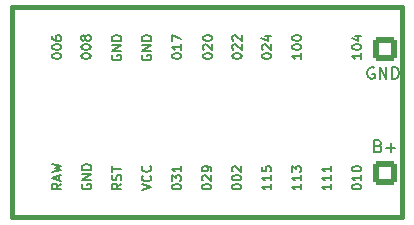
<source format=gto>
G04 #@! TF.GenerationSoftware,KiCad,Pcbnew,7.0.8*
G04 #@! TF.CreationDate,2024-04-01T14:50:31+01:00*
G04 #@! TF.ProjectId,daughterboard,64617567-6874-4657-9262-6f6172642e6b,rev?*
G04 #@! TF.SameCoordinates,Original*
G04 #@! TF.FileFunction,Legend,Top*
G04 #@! TF.FilePolarity,Positive*
%FSLAX46Y46*%
G04 Gerber Fmt 4.6, Leading zero omitted, Abs format (unit mm)*
G04 Created by KiCad (PCBNEW 7.0.8) date 2024-04-01 14:50:31*
%MOMM*%
%LPD*%
G01*
G04 APERTURE LIST*
G04 Aperture macros list*
%AMRoundRect*
0 Rectangle with rounded corners*
0 $1 Rounding radius*
0 $2 $3 $4 $5 $6 $7 $8 $9 X,Y pos of 4 corners*
0 Add a 4 corners polygon primitive as box body*
4,1,4,$2,$3,$4,$5,$6,$7,$8,$9,$2,$3,0*
0 Add four circle primitives for the rounded corners*
1,1,$1+$1,$2,$3*
1,1,$1+$1,$4,$5*
1,1,$1+$1,$6,$7*
1,1,$1+$1,$8,$9*
0 Add four rect primitives between the rounded corners*
20,1,$1+$1,$2,$3,$4,$5,0*
20,1,$1+$1,$4,$5,$6,$7,0*
20,1,$1+$1,$6,$7,$8,$9,0*
20,1,$1+$1,$8,$9,$2,$3,0*%
G04 Aperture macros list end*
%ADD10C,0.150000*%
%ADD11C,0.381000*%
%ADD12C,1.752600*%
%ADD13RoundRect,0.250001X-0.799999X-0.799999X0.799999X-0.799999X0.799999X0.799999X-0.799999X0.799999X0*%
G04 APERTURE END LIST*
D10*
X108680390Y-104243523D02*
X108642295Y-104319713D01*
X108642295Y-104319713D02*
X108642295Y-104433999D01*
X108642295Y-104433999D02*
X108680390Y-104548285D01*
X108680390Y-104548285D02*
X108756580Y-104624475D01*
X108756580Y-104624475D02*
X108832771Y-104662570D01*
X108832771Y-104662570D02*
X108985152Y-104700666D01*
X108985152Y-104700666D02*
X109099438Y-104700666D01*
X109099438Y-104700666D02*
X109251819Y-104662570D01*
X109251819Y-104662570D02*
X109328009Y-104624475D01*
X109328009Y-104624475D02*
X109404200Y-104548285D01*
X109404200Y-104548285D02*
X109442295Y-104433999D01*
X109442295Y-104433999D02*
X109442295Y-104357808D01*
X109442295Y-104357808D02*
X109404200Y-104243523D01*
X109404200Y-104243523D02*
X109366104Y-104205427D01*
X109366104Y-104205427D02*
X109099438Y-104205427D01*
X109099438Y-104205427D02*
X109099438Y-104357808D01*
X109442295Y-103862570D02*
X108642295Y-103862570D01*
X108642295Y-103862570D02*
X109442295Y-103405427D01*
X109442295Y-103405427D02*
X108642295Y-103405427D01*
X109442295Y-103024475D02*
X108642295Y-103024475D01*
X108642295Y-103024475D02*
X108642295Y-102833999D01*
X108642295Y-102833999D02*
X108680390Y-102719713D01*
X108680390Y-102719713D02*
X108756580Y-102643523D01*
X108756580Y-102643523D02*
X108832771Y-102605428D01*
X108832771Y-102605428D02*
X108985152Y-102567332D01*
X108985152Y-102567332D02*
X109099438Y-102567332D01*
X109099438Y-102567332D02*
X109251819Y-102605428D01*
X109251819Y-102605428D02*
X109328009Y-102643523D01*
X109328009Y-102643523D02*
X109404200Y-102719713D01*
X109404200Y-102719713D02*
X109442295Y-102833999D01*
X109442295Y-102833999D02*
X109442295Y-103024475D01*
X104362295Y-115121095D02*
X103981342Y-115387762D01*
X104362295Y-115578238D02*
X103562295Y-115578238D01*
X103562295Y-115578238D02*
X103562295Y-115273476D01*
X103562295Y-115273476D02*
X103600390Y-115197286D01*
X103600390Y-115197286D02*
X103638485Y-115159191D01*
X103638485Y-115159191D02*
X103714676Y-115121095D01*
X103714676Y-115121095D02*
X103828961Y-115121095D01*
X103828961Y-115121095D02*
X103905152Y-115159191D01*
X103905152Y-115159191D02*
X103943247Y-115197286D01*
X103943247Y-115197286D02*
X103981342Y-115273476D01*
X103981342Y-115273476D02*
X103981342Y-115578238D01*
X104133723Y-114816334D02*
X104133723Y-114435381D01*
X104362295Y-114892524D02*
X103562295Y-114625857D01*
X103562295Y-114625857D02*
X104362295Y-114359191D01*
X103562295Y-114168715D02*
X104362295Y-113978239D01*
X104362295Y-113978239D02*
X103790866Y-113825858D01*
X103790866Y-113825858D02*
X104362295Y-113673477D01*
X104362295Y-113673477D02*
X103562295Y-113483001D01*
X116262295Y-115432190D02*
X116262295Y-115356000D01*
X116262295Y-115356000D02*
X116300390Y-115279809D01*
X116300390Y-115279809D02*
X116338485Y-115241714D01*
X116338485Y-115241714D02*
X116414676Y-115203619D01*
X116414676Y-115203619D02*
X116567057Y-115165524D01*
X116567057Y-115165524D02*
X116757533Y-115165524D01*
X116757533Y-115165524D02*
X116909914Y-115203619D01*
X116909914Y-115203619D02*
X116986104Y-115241714D01*
X116986104Y-115241714D02*
X117024200Y-115279809D01*
X117024200Y-115279809D02*
X117062295Y-115356000D01*
X117062295Y-115356000D02*
X117062295Y-115432190D01*
X117062295Y-115432190D02*
X117024200Y-115508381D01*
X117024200Y-115508381D02*
X116986104Y-115546476D01*
X116986104Y-115546476D02*
X116909914Y-115584571D01*
X116909914Y-115584571D02*
X116757533Y-115622667D01*
X116757533Y-115622667D02*
X116567057Y-115622667D01*
X116567057Y-115622667D02*
X116414676Y-115584571D01*
X116414676Y-115584571D02*
X116338485Y-115546476D01*
X116338485Y-115546476D02*
X116300390Y-115508381D01*
X116300390Y-115508381D02*
X116262295Y-115432190D01*
X116338485Y-114860762D02*
X116300390Y-114822666D01*
X116300390Y-114822666D02*
X116262295Y-114746476D01*
X116262295Y-114746476D02*
X116262295Y-114556000D01*
X116262295Y-114556000D02*
X116300390Y-114479809D01*
X116300390Y-114479809D02*
X116338485Y-114441714D01*
X116338485Y-114441714D02*
X116414676Y-114403619D01*
X116414676Y-114403619D02*
X116490866Y-114403619D01*
X116490866Y-114403619D02*
X116605152Y-114441714D01*
X116605152Y-114441714D02*
X117062295Y-114898857D01*
X117062295Y-114898857D02*
X117062295Y-114403619D01*
X117062295Y-114022666D02*
X117062295Y-113870285D01*
X117062295Y-113870285D02*
X117024200Y-113794095D01*
X117024200Y-113794095D02*
X116986104Y-113755999D01*
X116986104Y-113755999D02*
X116871819Y-113679809D01*
X116871819Y-113679809D02*
X116719438Y-113641714D01*
X116719438Y-113641714D02*
X116414676Y-113641714D01*
X116414676Y-113641714D02*
X116338485Y-113679809D01*
X116338485Y-113679809D02*
X116300390Y-113717904D01*
X116300390Y-113717904D02*
X116262295Y-113794095D01*
X116262295Y-113794095D02*
X116262295Y-113946476D01*
X116262295Y-113946476D02*
X116300390Y-114022666D01*
X116300390Y-114022666D02*
X116338485Y-114060761D01*
X116338485Y-114060761D02*
X116414676Y-114098857D01*
X116414676Y-114098857D02*
X116605152Y-114098857D01*
X116605152Y-114098857D02*
X116681342Y-114060761D01*
X116681342Y-114060761D02*
X116719438Y-114022666D01*
X116719438Y-114022666D02*
X116757533Y-113946476D01*
X116757533Y-113946476D02*
X116757533Y-113794095D01*
X116757533Y-113794095D02*
X116719438Y-113717904D01*
X116719438Y-113717904D02*
X116681342Y-113679809D01*
X116681342Y-113679809D02*
X116605152Y-113641714D01*
X118832295Y-104357809D02*
X118832295Y-104281619D01*
X118832295Y-104281619D02*
X118870390Y-104205428D01*
X118870390Y-104205428D02*
X118908485Y-104167333D01*
X118908485Y-104167333D02*
X118984676Y-104129238D01*
X118984676Y-104129238D02*
X119137057Y-104091143D01*
X119137057Y-104091143D02*
X119327533Y-104091143D01*
X119327533Y-104091143D02*
X119479914Y-104129238D01*
X119479914Y-104129238D02*
X119556104Y-104167333D01*
X119556104Y-104167333D02*
X119594200Y-104205428D01*
X119594200Y-104205428D02*
X119632295Y-104281619D01*
X119632295Y-104281619D02*
X119632295Y-104357809D01*
X119632295Y-104357809D02*
X119594200Y-104434000D01*
X119594200Y-104434000D02*
X119556104Y-104472095D01*
X119556104Y-104472095D02*
X119479914Y-104510190D01*
X119479914Y-104510190D02*
X119327533Y-104548286D01*
X119327533Y-104548286D02*
X119137057Y-104548286D01*
X119137057Y-104548286D02*
X118984676Y-104510190D01*
X118984676Y-104510190D02*
X118908485Y-104472095D01*
X118908485Y-104472095D02*
X118870390Y-104434000D01*
X118870390Y-104434000D02*
X118832295Y-104357809D01*
X118908485Y-103786381D02*
X118870390Y-103748285D01*
X118870390Y-103748285D02*
X118832295Y-103672095D01*
X118832295Y-103672095D02*
X118832295Y-103481619D01*
X118832295Y-103481619D02*
X118870390Y-103405428D01*
X118870390Y-103405428D02*
X118908485Y-103367333D01*
X118908485Y-103367333D02*
X118984676Y-103329238D01*
X118984676Y-103329238D02*
X119060866Y-103329238D01*
X119060866Y-103329238D02*
X119175152Y-103367333D01*
X119175152Y-103367333D02*
X119632295Y-103824476D01*
X119632295Y-103824476D02*
X119632295Y-103329238D01*
X118908485Y-103024476D02*
X118870390Y-102986380D01*
X118870390Y-102986380D02*
X118832295Y-102910190D01*
X118832295Y-102910190D02*
X118832295Y-102719714D01*
X118832295Y-102719714D02*
X118870390Y-102643523D01*
X118870390Y-102643523D02*
X118908485Y-102605428D01*
X118908485Y-102605428D02*
X118984676Y-102567333D01*
X118984676Y-102567333D02*
X119060866Y-102567333D01*
X119060866Y-102567333D02*
X119175152Y-102605428D01*
X119175152Y-102605428D02*
X119632295Y-103062571D01*
X119632295Y-103062571D02*
X119632295Y-102567333D01*
X111220390Y-104243523D02*
X111182295Y-104319713D01*
X111182295Y-104319713D02*
X111182295Y-104433999D01*
X111182295Y-104433999D02*
X111220390Y-104548285D01*
X111220390Y-104548285D02*
X111296580Y-104624475D01*
X111296580Y-104624475D02*
X111372771Y-104662570D01*
X111372771Y-104662570D02*
X111525152Y-104700666D01*
X111525152Y-104700666D02*
X111639438Y-104700666D01*
X111639438Y-104700666D02*
X111791819Y-104662570D01*
X111791819Y-104662570D02*
X111868009Y-104624475D01*
X111868009Y-104624475D02*
X111944200Y-104548285D01*
X111944200Y-104548285D02*
X111982295Y-104433999D01*
X111982295Y-104433999D02*
X111982295Y-104357808D01*
X111982295Y-104357808D02*
X111944200Y-104243523D01*
X111944200Y-104243523D02*
X111906104Y-104205427D01*
X111906104Y-104205427D02*
X111639438Y-104205427D01*
X111639438Y-104205427D02*
X111639438Y-104357808D01*
X111982295Y-103862570D02*
X111182295Y-103862570D01*
X111182295Y-103862570D02*
X111982295Y-103405427D01*
X111982295Y-103405427D02*
X111182295Y-103405427D01*
X111982295Y-103024475D02*
X111182295Y-103024475D01*
X111182295Y-103024475D02*
X111182295Y-102833999D01*
X111182295Y-102833999D02*
X111220390Y-102719713D01*
X111220390Y-102719713D02*
X111296580Y-102643523D01*
X111296580Y-102643523D02*
X111372771Y-102605428D01*
X111372771Y-102605428D02*
X111525152Y-102567332D01*
X111525152Y-102567332D02*
X111639438Y-102567332D01*
X111639438Y-102567332D02*
X111791819Y-102605428D01*
X111791819Y-102605428D02*
X111868009Y-102643523D01*
X111868009Y-102643523D02*
X111944200Y-102719713D01*
X111944200Y-102719713D02*
X111982295Y-102833999D01*
X111982295Y-102833999D02*
X111982295Y-103024475D01*
X116332295Y-104357809D02*
X116332295Y-104281619D01*
X116332295Y-104281619D02*
X116370390Y-104205428D01*
X116370390Y-104205428D02*
X116408485Y-104167333D01*
X116408485Y-104167333D02*
X116484676Y-104129238D01*
X116484676Y-104129238D02*
X116637057Y-104091143D01*
X116637057Y-104091143D02*
X116827533Y-104091143D01*
X116827533Y-104091143D02*
X116979914Y-104129238D01*
X116979914Y-104129238D02*
X117056104Y-104167333D01*
X117056104Y-104167333D02*
X117094200Y-104205428D01*
X117094200Y-104205428D02*
X117132295Y-104281619D01*
X117132295Y-104281619D02*
X117132295Y-104357809D01*
X117132295Y-104357809D02*
X117094200Y-104434000D01*
X117094200Y-104434000D02*
X117056104Y-104472095D01*
X117056104Y-104472095D02*
X116979914Y-104510190D01*
X116979914Y-104510190D02*
X116827533Y-104548286D01*
X116827533Y-104548286D02*
X116637057Y-104548286D01*
X116637057Y-104548286D02*
X116484676Y-104510190D01*
X116484676Y-104510190D02*
X116408485Y-104472095D01*
X116408485Y-104472095D02*
X116370390Y-104434000D01*
X116370390Y-104434000D02*
X116332295Y-104357809D01*
X116408485Y-103786381D02*
X116370390Y-103748285D01*
X116370390Y-103748285D02*
X116332295Y-103672095D01*
X116332295Y-103672095D02*
X116332295Y-103481619D01*
X116332295Y-103481619D02*
X116370390Y-103405428D01*
X116370390Y-103405428D02*
X116408485Y-103367333D01*
X116408485Y-103367333D02*
X116484676Y-103329238D01*
X116484676Y-103329238D02*
X116560866Y-103329238D01*
X116560866Y-103329238D02*
X116675152Y-103367333D01*
X116675152Y-103367333D02*
X117132295Y-103824476D01*
X117132295Y-103824476D02*
X117132295Y-103329238D01*
X116332295Y-102833999D02*
X116332295Y-102757809D01*
X116332295Y-102757809D02*
X116370390Y-102681618D01*
X116370390Y-102681618D02*
X116408485Y-102643523D01*
X116408485Y-102643523D02*
X116484676Y-102605428D01*
X116484676Y-102605428D02*
X116637057Y-102567333D01*
X116637057Y-102567333D02*
X116827533Y-102567333D01*
X116827533Y-102567333D02*
X116979914Y-102605428D01*
X116979914Y-102605428D02*
X117056104Y-102643523D01*
X117056104Y-102643523D02*
X117094200Y-102681618D01*
X117094200Y-102681618D02*
X117132295Y-102757809D01*
X117132295Y-102757809D02*
X117132295Y-102833999D01*
X117132295Y-102833999D02*
X117094200Y-102910190D01*
X117094200Y-102910190D02*
X117056104Y-102948285D01*
X117056104Y-102948285D02*
X116979914Y-102986380D01*
X116979914Y-102986380D02*
X116827533Y-103024476D01*
X116827533Y-103024476D02*
X116637057Y-103024476D01*
X116637057Y-103024476D02*
X116484676Y-102986380D01*
X116484676Y-102986380D02*
X116408485Y-102948285D01*
X116408485Y-102948285D02*
X116370390Y-102910190D01*
X116370390Y-102910190D02*
X116332295Y-102833999D01*
X106140390Y-115159190D02*
X106102295Y-115235380D01*
X106102295Y-115235380D02*
X106102295Y-115349666D01*
X106102295Y-115349666D02*
X106140390Y-115463952D01*
X106140390Y-115463952D02*
X106216580Y-115540142D01*
X106216580Y-115540142D02*
X106292771Y-115578237D01*
X106292771Y-115578237D02*
X106445152Y-115616333D01*
X106445152Y-115616333D02*
X106559438Y-115616333D01*
X106559438Y-115616333D02*
X106711819Y-115578237D01*
X106711819Y-115578237D02*
X106788009Y-115540142D01*
X106788009Y-115540142D02*
X106864200Y-115463952D01*
X106864200Y-115463952D02*
X106902295Y-115349666D01*
X106902295Y-115349666D02*
X106902295Y-115273475D01*
X106902295Y-115273475D02*
X106864200Y-115159190D01*
X106864200Y-115159190D02*
X106826104Y-115121094D01*
X106826104Y-115121094D02*
X106559438Y-115121094D01*
X106559438Y-115121094D02*
X106559438Y-115273475D01*
X106902295Y-114778237D02*
X106102295Y-114778237D01*
X106102295Y-114778237D02*
X106902295Y-114321094D01*
X106902295Y-114321094D02*
X106102295Y-114321094D01*
X106902295Y-113940142D02*
X106102295Y-113940142D01*
X106102295Y-113940142D02*
X106102295Y-113749666D01*
X106102295Y-113749666D02*
X106140390Y-113635380D01*
X106140390Y-113635380D02*
X106216580Y-113559190D01*
X106216580Y-113559190D02*
X106292771Y-113521095D01*
X106292771Y-113521095D02*
X106445152Y-113482999D01*
X106445152Y-113482999D02*
X106559438Y-113482999D01*
X106559438Y-113482999D02*
X106711819Y-113521095D01*
X106711819Y-113521095D02*
X106788009Y-113559190D01*
X106788009Y-113559190D02*
X106864200Y-113635380D01*
X106864200Y-113635380D02*
X106902295Y-113749666D01*
X106902295Y-113749666D02*
X106902295Y-113940142D01*
X124682295Y-115165524D02*
X124682295Y-115622667D01*
X124682295Y-115394095D02*
X123882295Y-115394095D01*
X123882295Y-115394095D02*
X123996580Y-115470286D01*
X123996580Y-115470286D02*
X124072771Y-115546476D01*
X124072771Y-115546476D02*
X124110866Y-115622667D01*
X124682295Y-114403619D02*
X124682295Y-114860762D01*
X124682295Y-114632190D02*
X123882295Y-114632190D01*
X123882295Y-114632190D02*
X123996580Y-114708381D01*
X123996580Y-114708381D02*
X124072771Y-114784571D01*
X124072771Y-114784571D02*
X124110866Y-114860762D01*
X123882295Y-114136952D02*
X123882295Y-113641714D01*
X123882295Y-113641714D02*
X124187057Y-113908380D01*
X124187057Y-113908380D02*
X124187057Y-113794095D01*
X124187057Y-113794095D02*
X124225152Y-113717904D01*
X124225152Y-113717904D02*
X124263247Y-113679809D01*
X124263247Y-113679809D02*
X124339438Y-113641714D01*
X124339438Y-113641714D02*
X124529914Y-113641714D01*
X124529914Y-113641714D02*
X124606104Y-113679809D01*
X124606104Y-113679809D02*
X124644200Y-113717904D01*
X124644200Y-113717904D02*
X124682295Y-113794095D01*
X124682295Y-113794095D02*
X124682295Y-114022666D01*
X124682295Y-114022666D02*
X124644200Y-114098857D01*
X124644200Y-114098857D02*
X124606104Y-114136952D01*
X124682295Y-104091143D02*
X124682295Y-104548286D01*
X124682295Y-104319714D02*
X123882295Y-104319714D01*
X123882295Y-104319714D02*
X123996580Y-104395905D01*
X123996580Y-104395905D02*
X124072771Y-104472095D01*
X124072771Y-104472095D02*
X124110866Y-104548286D01*
X123882295Y-103595904D02*
X123882295Y-103519714D01*
X123882295Y-103519714D02*
X123920390Y-103443523D01*
X123920390Y-103443523D02*
X123958485Y-103405428D01*
X123958485Y-103405428D02*
X124034676Y-103367333D01*
X124034676Y-103367333D02*
X124187057Y-103329238D01*
X124187057Y-103329238D02*
X124377533Y-103329238D01*
X124377533Y-103329238D02*
X124529914Y-103367333D01*
X124529914Y-103367333D02*
X124606104Y-103405428D01*
X124606104Y-103405428D02*
X124644200Y-103443523D01*
X124644200Y-103443523D02*
X124682295Y-103519714D01*
X124682295Y-103519714D02*
X124682295Y-103595904D01*
X124682295Y-103595904D02*
X124644200Y-103672095D01*
X124644200Y-103672095D02*
X124606104Y-103710190D01*
X124606104Y-103710190D02*
X124529914Y-103748285D01*
X124529914Y-103748285D02*
X124377533Y-103786381D01*
X124377533Y-103786381D02*
X124187057Y-103786381D01*
X124187057Y-103786381D02*
X124034676Y-103748285D01*
X124034676Y-103748285D02*
X123958485Y-103710190D01*
X123958485Y-103710190D02*
X123920390Y-103672095D01*
X123920390Y-103672095D02*
X123882295Y-103595904D01*
X123882295Y-102833999D02*
X123882295Y-102757809D01*
X123882295Y-102757809D02*
X123920390Y-102681618D01*
X123920390Y-102681618D02*
X123958485Y-102643523D01*
X123958485Y-102643523D02*
X124034676Y-102605428D01*
X124034676Y-102605428D02*
X124187057Y-102567333D01*
X124187057Y-102567333D02*
X124377533Y-102567333D01*
X124377533Y-102567333D02*
X124529914Y-102605428D01*
X124529914Y-102605428D02*
X124606104Y-102643523D01*
X124606104Y-102643523D02*
X124644200Y-102681618D01*
X124644200Y-102681618D02*
X124682295Y-102757809D01*
X124682295Y-102757809D02*
X124682295Y-102833999D01*
X124682295Y-102833999D02*
X124644200Y-102910190D01*
X124644200Y-102910190D02*
X124606104Y-102948285D01*
X124606104Y-102948285D02*
X124529914Y-102986380D01*
X124529914Y-102986380D02*
X124377533Y-103024476D01*
X124377533Y-103024476D02*
X124187057Y-103024476D01*
X124187057Y-103024476D02*
X124034676Y-102986380D01*
X124034676Y-102986380D02*
X123958485Y-102948285D01*
X123958485Y-102948285D02*
X123920390Y-102910190D01*
X123920390Y-102910190D02*
X123882295Y-102833999D01*
X118802295Y-115432190D02*
X118802295Y-115356000D01*
X118802295Y-115356000D02*
X118840390Y-115279809D01*
X118840390Y-115279809D02*
X118878485Y-115241714D01*
X118878485Y-115241714D02*
X118954676Y-115203619D01*
X118954676Y-115203619D02*
X119107057Y-115165524D01*
X119107057Y-115165524D02*
X119297533Y-115165524D01*
X119297533Y-115165524D02*
X119449914Y-115203619D01*
X119449914Y-115203619D02*
X119526104Y-115241714D01*
X119526104Y-115241714D02*
X119564200Y-115279809D01*
X119564200Y-115279809D02*
X119602295Y-115356000D01*
X119602295Y-115356000D02*
X119602295Y-115432190D01*
X119602295Y-115432190D02*
X119564200Y-115508381D01*
X119564200Y-115508381D02*
X119526104Y-115546476D01*
X119526104Y-115546476D02*
X119449914Y-115584571D01*
X119449914Y-115584571D02*
X119297533Y-115622667D01*
X119297533Y-115622667D02*
X119107057Y-115622667D01*
X119107057Y-115622667D02*
X118954676Y-115584571D01*
X118954676Y-115584571D02*
X118878485Y-115546476D01*
X118878485Y-115546476D02*
X118840390Y-115508381D01*
X118840390Y-115508381D02*
X118802295Y-115432190D01*
X118802295Y-114670285D02*
X118802295Y-114594095D01*
X118802295Y-114594095D02*
X118840390Y-114517904D01*
X118840390Y-114517904D02*
X118878485Y-114479809D01*
X118878485Y-114479809D02*
X118954676Y-114441714D01*
X118954676Y-114441714D02*
X119107057Y-114403619D01*
X119107057Y-114403619D02*
X119297533Y-114403619D01*
X119297533Y-114403619D02*
X119449914Y-114441714D01*
X119449914Y-114441714D02*
X119526104Y-114479809D01*
X119526104Y-114479809D02*
X119564200Y-114517904D01*
X119564200Y-114517904D02*
X119602295Y-114594095D01*
X119602295Y-114594095D02*
X119602295Y-114670285D01*
X119602295Y-114670285D02*
X119564200Y-114746476D01*
X119564200Y-114746476D02*
X119526104Y-114784571D01*
X119526104Y-114784571D02*
X119449914Y-114822666D01*
X119449914Y-114822666D02*
X119297533Y-114860762D01*
X119297533Y-114860762D02*
X119107057Y-114860762D01*
X119107057Y-114860762D02*
X118954676Y-114822666D01*
X118954676Y-114822666D02*
X118878485Y-114784571D01*
X118878485Y-114784571D02*
X118840390Y-114746476D01*
X118840390Y-114746476D02*
X118802295Y-114670285D01*
X118878485Y-114098857D02*
X118840390Y-114060761D01*
X118840390Y-114060761D02*
X118802295Y-113984571D01*
X118802295Y-113984571D02*
X118802295Y-113794095D01*
X118802295Y-113794095D02*
X118840390Y-113717904D01*
X118840390Y-113717904D02*
X118878485Y-113679809D01*
X118878485Y-113679809D02*
X118954676Y-113641714D01*
X118954676Y-113641714D02*
X119030866Y-113641714D01*
X119030866Y-113641714D02*
X119145152Y-113679809D01*
X119145152Y-113679809D02*
X119602295Y-114136952D01*
X119602295Y-114136952D02*
X119602295Y-113641714D01*
X111182295Y-115698857D02*
X111982295Y-115432190D01*
X111982295Y-115432190D02*
X111182295Y-115165524D01*
X111906104Y-114441714D02*
X111944200Y-114479810D01*
X111944200Y-114479810D02*
X111982295Y-114594095D01*
X111982295Y-114594095D02*
X111982295Y-114670286D01*
X111982295Y-114670286D02*
X111944200Y-114784572D01*
X111944200Y-114784572D02*
X111868009Y-114860762D01*
X111868009Y-114860762D02*
X111791819Y-114898857D01*
X111791819Y-114898857D02*
X111639438Y-114936953D01*
X111639438Y-114936953D02*
X111525152Y-114936953D01*
X111525152Y-114936953D02*
X111372771Y-114898857D01*
X111372771Y-114898857D02*
X111296580Y-114860762D01*
X111296580Y-114860762D02*
X111220390Y-114784572D01*
X111220390Y-114784572D02*
X111182295Y-114670286D01*
X111182295Y-114670286D02*
X111182295Y-114594095D01*
X111182295Y-114594095D02*
X111220390Y-114479810D01*
X111220390Y-114479810D02*
X111258485Y-114441714D01*
X111906104Y-113641714D02*
X111944200Y-113679810D01*
X111944200Y-113679810D02*
X111982295Y-113794095D01*
X111982295Y-113794095D02*
X111982295Y-113870286D01*
X111982295Y-113870286D02*
X111944200Y-113984572D01*
X111944200Y-113984572D02*
X111868009Y-114060762D01*
X111868009Y-114060762D02*
X111791819Y-114098857D01*
X111791819Y-114098857D02*
X111639438Y-114136953D01*
X111639438Y-114136953D02*
X111525152Y-114136953D01*
X111525152Y-114136953D02*
X111372771Y-114098857D01*
X111372771Y-114098857D02*
X111296580Y-114060762D01*
X111296580Y-114060762D02*
X111220390Y-113984572D01*
X111220390Y-113984572D02*
X111182295Y-113870286D01*
X111182295Y-113870286D02*
X111182295Y-113794095D01*
X111182295Y-113794095D02*
X111220390Y-113679810D01*
X111220390Y-113679810D02*
X111258485Y-113641714D01*
X128962295Y-115432190D02*
X128962295Y-115356000D01*
X128962295Y-115356000D02*
X129000390Y-115279809D01*
X129000390Y-115279809D02*
X129038485Y-115241714D01*
X129038485Y-115241714D02*
X129114676Y-115203619D01*
X129114676Y-115203619D02*
X129267057Y-115165524D01*
X129267057Y-115165524D02*
X129457533Y-115165524D01*
X129457533Y-115165524D02*
X129609914Y-115203619D01*
X129609914Y-115203619D02*
X129686104Y-115241714D01*
X129686104Y-115241714D02*
X129724200Y-115279809D01*
X129724200Y-115279809D02*
X129762295Y-115356000D01*
X129762295Y-115356000D02*
X129762295Y-115432190D01*
X129762295Y-115432190D02*
X129724200Y-115508381D01*
X129724200Y-115508381D02*
X129686104Y-115546476D01*
X129686104Y-115546476D02*
X129609914Y-115584571D01*
X129609914Y-115584571D02*
X129457533Y-115622667D01*
X129457533Y-115622667D02*
X129267057Y-115622667D01*
X129267057Y-115622667D02*
X129114676Y-115584571D01*
X129114676Y-115584571D02*
X129038485Y-115546476D01*
X129038485Y-115546476D02*
X129000390Y-115508381D01*
X129000390Y-115508381D02*
X128962295Y-115432190D01*
X129762295Y-114403619D02*
X129762295Y-114860762D01*
X129762295Y-114632190D02*
X128962295Y-114632190D01*
X128962295Y-114632190D02*
X129076580Y-114708381D01*
X129076580Y-114708381D02*
X129152771Y-114784571D01*
X129152771Y-114784571D02*
X129190866Y-114860762D01*
X128962295Y-113908380D02*
X128962295Y-113832190D01*
X128962295Y-113832190D02*
X129000390Y-113755999D01*
X129000390Y-113755999D02*
X129038485Y-113717904D01*
X129038485Y-113717904D02*
X129114676Y-113679809D01*
X129114676Y-113679809D02*
X129267057Y-113641714D01*
X129267057Y-113641714D02*
X129457533Y-113641714D01*
X129457533Y-113641714D02*
X129609914Y-113679809D01*
X129609914Y-113679809D02*
X129686104Y-113717904D01*
X129686104Y-113717904D02*
X129724200Y-113755999D01*
X129724200Y-113755999D02*
X129762295Y-113832190D01*
X129762295Y-113832190D02*
X129762295Y-113908380D01*
X129762295Y-113908380D02*
X129724200Y-113984571D01*
X129724200Y-113984571D02*
X129686104Y-114022666D01*
X129686104Y-114022666D02*
X129609914Y-114060761D01*
X129609914Y-114060761D02*
X129457533Y-114098857D01*
X129457533Y-114098857D02*
X129267057Y-114098857D01*
X129267057Y-114098857D02*
X129114676Y-114060761D01*
X129114676Y-114060761D02*
X129038485Y-114022666D01*
X129038485Y-114022666D02*
X129000390Y-113984571D01*
X129000390Y-113984571D02*
X128962295Y-113908380D01*
X129762295Y-104091143D02*
X129762295Y-104548286D01*
X129762295Y-104319714D02*
X128962295Y-104319714D01*
X128962295Y-104319714D02*
X129076580Y-104395905D01*
X129076580Y-104395905D02*
X129152771Y-104472095D01*
X129152771Y-104472095D02*
X129190866Y-104548286D01*
X128962295Y-103595904D02*
X128962295Y-103519714D01*
X128962295Y-103519714D02*
X129000390Y-103443523D01*
X129000390Y-103443523D02*
X129038485Y-103405428D01*
X129038485Y-103405428D02*
X129114676Y-103367333D01*
X129114676Y-103367333D02*
X129267057Y-103329238D01*
X129267057Y-103329238D02*
X129457533Y-103329238D01*
X129457533Y-103329238D02*
X129609914Y-103367333D01*
X129609914Y-103367333D02*
X129686104Y-103405428D01*
X129686104Y-103405428D02*
X129724200Y-103443523D01*
X129724200Y-103443523D02*
X129762295Y-103519714D01*
X129762295Y-103519714D02*
X129762295Y-103595904D01*
X129762295Y-103595904D02*
X129724200Y-103672095D01*
X129724200Y-103672095D02*
X129686104Y-103710190D01*
X129686104Y-103710190D02*
X129609914Y-103748285D01*
X129609914Y-103748285D02*
X129457533Y-103786381D01*
X129457533Y-103786381D02*
X129267057Y-103786381D01*
X129267057Y-103786381D02*
X129114676Y-103748285D01*
X129114676Y-103748285D02*
X129038485Y-103710190D01*
X129038485Y-103710190D02*
X129000390Y-103672095D01*
X129000390Y-103672095D02*
X128962295Y-103595904D01*
X129228961Y-102643523D02*
X129762295Y-102643523D01*
X128924200Y-102833999D02*
X129495628Y-103024476D01*
X129495628Y-103024476D02*
X129495628Y-102529237D01*
X127222295Y-115165524D02*
X127222295Y-115622667D01*
X127222295Y-115394095D02*
X126422295Y-115394095D01*
X126422295Y-115394095D02*
X126536580Y-115470286D01*
X126536580Y-115470286D02*
X126612771Y-115546476D01*
X126612771Y-115546476D02*
X126650866Y-115622667D01*
X127222295Y-114403619D02*
X127222295Y-114860762D01*
X127222295Y-114632190D02*
X126422295Y-114632190D01*
X126422295Y-114632190D02*
X126536580Y-114708381D01*
X126536580Y-114708381D02*
X126612771Y-114784571D01*
X126612771Y-114784571D02*
X126650866Y-114860762D01*
X127222295Y-113641714D02*
X127222295Y-114098857D01*
X127222295Y-113870285D02*
X126422295Y-113870285D01*
X126422295Y-113870285D02*
X126536580Y-113946476D01*
X126536580Y-113946476D02*
X126612771Y-114022666D01*
X126612771Y-114022666D02*
X126650866Y-114098857D01*
X109442295Y-115121094D02*
X109061342Y-115387761D01*
X109442295Y-115578237D02*
X108642295Y-115578237D01*
X108642295Y-115578237D02*
X108642295Y-115273475D01*
X108642295Y-115273475D02*
X108680390Y-115197285D01*
X108680390Y-115197285D02*
X108718485Y-115159190D01*
X108718485Y-115159190D02*
X108794676Y-115121094D01*
X108794676Y-115121094D02*
X108908961Y-115121094D01*
X108908961Y-115121094D02*
X108985152Y-115159190D01*
X108985152Y-115159190D02*
X109023247Y-115197285D01*
X109023247Y-115197285D02*
X109061342Y-115273475D01*
X109061342Y-115273475D02*
X109061342Y-115578237D01*
X109404200Y-114816333D02*
X109442295Y-114702047D01*
X109442295Y-114702047D02*
X109442295Y-114511571D01*
X109442295Y-114511571D02*
X109404200Y-114435380D01*
X109404200Y-114435380D02*
X109366104Y-114397285D01*
X109366104Y-114397285D02*
X109289914Y-114359190D01*
X109289914Y-114359190D02*
X109213723Y-114359190D01*
X109213723Y-114359190D02*
X109137533Y-114397285D01*
X109137533Y-114397285D02*
X109099438Y-114435380D01*
X109099438Y-114435380D02*
X109061342Y-114511571D01*
X109061342Y-114511571D02*
X109023247Y-114663952D01*
X109023247Y-114663952D02*
X108985152Y-114740142D01*
X108985152Y-114740142D02*
X108947057Y-114778237D01*
X108947057Y-114778237D02*
X108870866Y-114816333D01*
X108870866Y-114816333D02*
X108794676Y-114816333D01*
X108794676Y-114816333D02*
X108718485Y-114778237D01*
X108718485Y-114778237D02*
X108680390Y-114740142D01*
X108680390Y-114740142D02*
X108642295Y-114663952D01*
X108642295Y-114663952D02*
X108642295Y-114473475D01*
X108642295Y-114473475D02*
X108680390Y-114359190D01*
X108642295Y-114130618D02*
X108642295Y-113673475D01*
X109442295Y-113902047D02*
X108642295Y-113902047D01*
X122142295Y-115165524D02*
X122142295Y-115622667D01*
X122142295Y-115394095D02*
X121342295Y-115394095D01*
X121342295Y-115394095D02*
X121456580Y-115470286D01*
X121456580Y-115470286D02*
X121532771Y-115546476D01*
X121532771Y-115546476D02*
X121570866Y-115622667D01*
X122142295Y-114403619D02*
X122142295Y-114860762D01*
X122142295Y-114632190D02*
X121342295Y-114632190D01*
X121342295Y-114632190D02*
X121456580Y-114708381D01*
X121456580Y-114708381D02*
X121532771Y-114784571D01*
X121532771Y-114784571D02*
X121570866Y-114860762D01*
X121342295Y-113679809D02*
X121342295Y-114060761D01*
X121342295Y-114060761D02*
X121723247Y-114098857D01*
X121723247Y-114098857D02*
X121685152Y-114060761D01*
X121685152Y-114060761D02*
X121647057Y-113984571D01*
X121647057Y-113984571D02*
X121647057Y-113794095D01*
X121647057Y-113794095D02*
X121685152Y-113717904D01*
X121685152Y-113717904D02*
X121723247Y-113679809D01*
X121723247Y-113679809D02*
X121799438Y-113641714D01*
X121799438Y-113641714D02*
X121989914Y-113641714D01*
X121989914Y-113641714D02*
X122066104Y-113679809D01*
X122066104Y-113679809D02*
X122104200Y-113717904D01*
X122104200Y-113717904D02*
X122142295Y-113794095D01*
X122142295Y-113794095D02*
X122142295Y-113984571D01*
X122142295Y-113984571D02*
X122104200Y-114060761D01*
X122104200Y-114060761D02*
X122066104Y-114098857D01*
X113722295Y-115432190D02*
X113722295Y-115356000D01*
X113722295Y-115356000D02*
X113760390Y-115279809D01*
X113760390Y-115279809D02*
X113798485Y-115241714D01*
X113798485Y-115241714D02*
X113874676Y-115203619D01*
X113874676Y-115203619D02*
X114027057Y-115165524D01*
X114027057Y-115165524D02*
X114217533Y-115165524D01*
X114217533Y-115165524D02*
X114369914Y-115203619D01*
X114369914Y-115203619D02*
X114446104Y-115241714D01*
X114446104Y-115241714D02*
X114484200Y-115279809D01*
X114484200Y-115279809D02*
X114522295Y-115356000D01*
X114522295Y-115356000D02*
X114522295Y-115432190D01*
X114522295Y-115432190D02*
X114484200Y-115508381D01*
X114484200Y-115508381D02*
X114446104Y-115546476D01*
X114446104Y-115546476D02*
X114369914Y-115584571D01*
X114369914Y-115584571D02*
X114217533Y-115622667D01*
X114217533Y-115622667D02*
X114027057Y-115622667D01*
X114027057Y-115622667D02*
X113874676Y-115584571D01*
X113874676Y-115584571D02*
X113798485Y-115546476D01*
X113798485Y-115546476D02*
X113760390Y-115508381D01*
X113760390Y-115508381D02*
X113722295Y-115432190D01*
X113722295Y-114898857D02*
X113722295Y-114403619D01*
X113722295Y-114403619D02*
X114027057Y-114670285D01*
X114027057Y-114670285D02*
X114027057Y-114556000D01*
X114027057Y-114556000D02*
X114065152Y-114479809D01*
X114065152Y-114479809D02*
X114103247Y-114441714D01*
X114103247Y-114441714D02*
X114179438Y-114403619D01*
X114179438Y-114403619D02*
X114369914Y-114403619D01*
X114369914Y-114403619D02*
X114446104Y-114441714D01*
X114446104Y-114441714D02*
X114484200Y-114479809D01*
X114484200Y-114479809D02*
X114522295Y-114556000D01*
X114522295Y-114556000D02*
X114522295Y-114784571D01*
X114522295Y-114784571D02*
X114484200Y-114860762D01*
X114484200Y-114860762D02*
X114446104Y-114898857D01*
X114522295Y-113641714D02*
X114522295Y-114098857D01*
X114522295Y-113870285D02*
X113722295Y-113870285D01*
X113722295Y-113870285D02*
X113836580Y-113946476D01*
X113836580Y-113946476D02*
X113912771Y-114022666D01*
X113912771Y-114022666D02*
X113950866Y-114098857D01*
X106032295Y-104357809D02*
X106032295Y-104281619D01*
X106032295Y-104281619D02*
X106070390Y-104205428D01*
X106070390Y-104205428D02*
X106108485Y-104167333D01*
X106108485Y-104167333D02*
X106184676Y-104129238D01*
X106184676Y-104129238D02*
X106337057Y-104091143D01*
X106337057Y-104091143D02*
X106527533Y-104091143D01*
X106527533Y-104091143D02*
X106679914Y-104129238D01*
X106679914Y-104129238D02*
X106756104Y-104167333D01*
X106756104Y-104167333D02*
X106794200Y-104205428D01*
X106794200Y-104205428D02*
X106832295Y-104281619D01*
X106832295Y-104281619D02*
X106832295Y-104357809D01*
X106832295Y-104357809D02*
X106794200Y-104434000D01*
X106794200Y-104434000D02*
X106756104Y-104472095D01*
X106756104Y-104472095D02*
X106679914Y-104510190D01*
X106679914Y-104510190D02*
X106527533Y-104548286D01*
X106527533Y-104548286D02*
X106337057Y-104548286D01*
X106337057Y-104548286D02*
X106184676Y-104510190D01*
X106184676Y-104510190D02*
X106108485Y-104472095D01*
X106108485Y-104472095D02*
X106070390Y-104434000D01*
X106070390Y-104434000D02*
X106032295Y-104357809D01*
X106032295Y-103595904D02*
X106032295Y-103519714D01*
X106032295Y-103519714D02*
X106070390Y-103443523D01*
X106070390Y-103443523D02*
X106108485Y-103405428D01*
X106108485Y-103405428D02*
X106184676Y-103367333D01*
X106184676Y-103367333D02*
X106337057Y-103329238D01*
X106337057Y-103329238D02*
X106527533Y-103329238D01*
X106527533Y-103329238D02*
X106679914Y-103367333D01*
X106679914Y-103367333D02*
X106756104Y-103405428D01*
X106756104Y-103405428D02*
X106794200Y-103443523D01*
X106794200Y-103443523D02*
X106832295Y-103519714D01*
X106832295Y-103519714D02*
X106832295Y-103595904D01*
X106832295Y-103595904D02*
X106794200Y-103672095D01*
X106794200Y-103672095D02*
X106756104Y-103710190D01*
X106756104Y-103710190D02*
X106679914Y-103748285D01*
X106679914Y-103748285D02*
X106527533Y-103786381D01*
X106527533Y-103786381D02*
X106337057Y-103786381D01*
X106337057Y-103786381D02*
X106184676Y-103748285D01*
X106184676Y-103748285D02*
X106108485Y-103710190D01*
X106108485Y-103710190D02*
X106070390Y-103672095D01*
X106070390Y-103672095D02*
X106032295Y-103595904D01*
X106375152Y-102872095D02*
X106337057Y-102948285D01*
X106337057Y-102948285D02*
X106298961Y-102986380D01*
X106298961Y-102986380D02*
X106222771Y-103024476D01*
X106222771Y-103024476D02*
X106184676Y-103024476D01*
X106184676Y-103024476D02*
X106108485Y-102986380D01*
X106108485Y-102986380D02*
X106070390Y-102948285D01*
X106070390Y-102948285D02*
X106032295Y-102872095D01*
X106032295Y-102872095D02*
X106032295Y-102719714D01*
X106032295Y-102719714D02*
X106070390Y-102643523D01*
X106070390Y-102643523D02*
X106108485Y-102605428D01*
X106108485Y-102605428D02*
X106184676Y-102567333D01*
X106184676Y-102567333D02*
X106222771Y-102567333D01*
X106222771Y-102567333D02*
X106298961Y-102605428D01*
X106298961Y-102605428D02*
X106337057Y-102643523D01*
X106337057Y-102643523D02*
X106375152Y-102719714D01*
X106375152Y-102719714D02*
X106375152Y-102872095D01*
X106375152Y-102872095D02*
X106413247Y-102948285D01*
X106413247Y-102948285D02*
X106451342Y-102986380D01*
X106451342Y-102986380D02*
X106527533Y-103024476D01*
X106527533Y-103024476D02*
X106679914Y-103024476D01*
X106679914Y-103024476D02*
X106756104Y-102986380D01*
X106756104Y-102986380D02*
X106794200Y-102948285D01*
X106794200Y-102948285D02*
X106832295Y-102872095D01*
X106832295Y-102872095D02*
X106832295Y-102719714D01*
X106832295Y-102719714D02*
X106794200Y-102643523D01*
X106794200Y-102643523D02*
X106756104Y-102605428D01*
X106756104Y-102605428D02*
X106679914Y-102567333D01*
X106679914Y-102567333D02*
X106527533Y-102567333D01*
X106527533Y-102567333D02*
X106451342Y-102605428D01*
X106451342Y-102605428D02*
X106413247Y-102643523D01*
X106413247Y-102643523D02*
X106375152Y-102719714D01*
X113722295Y-104357809D02*
X113722295Y-104281619D01*
X113722295Y-104281619D02*
X113760390Y-104205428D01*
X113760390Y-104205428D02*
X113798485Y-104167333D01*
X113798485Y-104167333D02*
X113874676Y-104129238D01*
X113874676Y-104129238D02*
X114027057Y-104091143D01*
X114027057Y-104091143D02*
X114217533Y-104091143D01*
X114217533Y-104091143D02*
X114369914Y-104129238D01*
X114369914Y-104129238D02*
X114446104Y-104167333D01*
X114446104Y-104167333D02*
X114484200Y-104205428D01*
X114484200Y-104205428D02*
X114522295Y-104281619D01*
X114522295Y-104281619D02*
X114522295Y-104357809D01*
X114522295Y-104357809D02*
X114484200Y-104434000D01*
X114484200Y-104434000D02*
X114446104Y-104472095D01*
X114446104Y-104472095D02*
X114369914Y-104510190D01*
X114369914Y-104510190D02*
X114217533Y-104548286D01*
X114217533Y-104548286D02*
X114027057Y-104548286D01*
X114027057Y-104548286D02*
X113874676Y-104510190D01*
X113874676Y-104510190D02*
X113798485Y-104472095D01*
X113798485Y-104472095D02*
X113760390Y-104434000D01*
X113760390Y-104434000D02*
X113722295Y-104357809D01*
X114522295Y-103329238D02*
X114522295Y-103786381D01*
X114522295Y-103557809D02*
X113722295Y-103557809D01*
X113722295Y-103557809D02*
X113836580Y-103634000D01*
X113836580Y-103634000D02*
X113912771Y-103710190D01*
X113912771Y-103710190D02*
X113950866Y-103786381D01*
X113722295Y-103062571D02*
X113722295Y-102529237D01*
X113722295Y-102529237D02*
X114522295Y-102872095D01*
X121332295Y-104357809D02*
X121332295Y-104281619D01*
X121332295Y-104281619D02*
X121370390Y-104205428D01*
X121370390Y-104205428D02*
X121408485Y-104167333D01*
X121408485Y-104167333D02*
X121484676Y-104129238D01*
X121484676Y-104129238D02*
X121637057Y-104091143D01*
X121637057Y-104091143D02*
X121827533Y-104091143D01*
X121827533Y-104091143D02*
X121979914Y-104129238D01*
X121979914Y-104129238D02*
X122056104Y-104167333D01*
X122056104Y-104167333D02*
X122094200Y-104205428D01*
X122094200Y-104205428D02*
X122132295Y-104281619D01*
X122132295Y-104281619D02*
X122132295Y-104357809D01*
X122132295Y-104357809D02*
X122094200Y-104434000D01*
X122094200Y-104434000D02*
X122056104Y-104472095D01*
X122056104Y-104472095D02*
X121979914Y-104510190D01*
X121979914Y-104510190D02*
X121827533Y-104548286D01*
X121827533Y-104548286D02*
X121637057Y-104548286D01*
X121637057Y-104548286D02*
X121484676Y-104510190D01*
X121484676Y-104510190D02*
X121408485Y-104472095D01*
X121408485Y-104472095D02*
X121370390Y-104434000D01*
X121370390Y-104434000D02*
X121332295Y-104357809D01*
X121408485Y-103786381D02*
X121370390Y-103748285D01*
X121370390Y-103748285D02*
X121332295Y-103672095D01*
X121332295Y-103672095D02*
X121332295Y-103481619D01*
X121332295Y-103481619D02*
X121370390Y-103405428D01*
X121370390Y-103405428D02*
X121408485Y-103367333D01*
X121408485Y-103367333D02*
X121484676Y-103329238D01*
X121484676Y-103329238D02*
X121560866Y-103329238D01*
X121560866Y-103329238D02*
X121675152Y-103367333D01*
X121675152Y-103367333D02*
X122132295Y-103824476D01*
X122132295Y-103824476D02*
X122132295Y-103329238D01*
X121598961Y-102643523D02*
X122132295Y-102643523D01*
X121294200Y-102833999D02*
X121865628Y-103024476D01*
X121865628Y-103024476D02*
X121865628Y-102529237D01*
X103562295Y-104357809D02*
X103562295Y-104281619D01*
X103562295Y-104281619D02*
X103600390Y-104205428D01*
X103600390Y-104205428D02*
X103638485Y-104167333D01*
X103638485Y-104167333D02*
X103714676Y-104129238D01*
X103714676Y-104129238D02*
X103867057Y-104091143D01*
X103867057Y-104091143D02*
X104057533Y-104091143D01*
X104057533Y-104091143D02*
X104209914Y-104129238D01*
X104209914Y-104129238D02*
X104286104Y-104167333D01*
X104286104Y-104167333D02*
X104324200Y-104205428D01*
X104324200Y-104205428D02*
X104362295Y-104281619D01*
X104362295Y-104281619D02*
X104362295Y-104357809D01*
X104362295Y-104357809D02*
X104324200Y-104434000D01*
X104324200Y-104434000D02*
X104286104Y-104472095D01*
X104286104Y-104472095D02*
X104209914Y-104510190D01*
X104209914Y-104510190D02*
X104057533Y-104548286D01*
X104057533Y-104548286D02*
X103867057Y-104548286D01*
X103867057Y-104548286D02*
X103714676Y-104510190D01*
X103714676Y-104510190D02*
X103638485Y-104472095D01*
X103638485Y-104472095D02*
X103600390Y-104434000D01*
X103600390Y-104434000D02*
X103562295Y-104357809D01*
X103562295Y-103595904D02*
X103562295Y-103519714D01*
X103562295Y-103519714D02*
X103600390Y-103443523D01*
X103600390Y-103443523D02*
X103638485Y-103405428D01*
X103638485Y-103405428D02*
X103714676Y-103367333D01*
X103714676Y-103367333D02*
X103867057Y-103329238D01*
X103867057Y-103329238D02*
X104057533Y-103329238D01*
X104057533Y-103329238D02*
X104209914Y-103367333D01*
X104209914Y-103367333D02*
X104286104Y-103405428D01*
X104286104Y-103405428D02*
X104324200Y-103443523D01*
X104324200Y-103443523D02*
X104362295Y-103519714D01*
X104362295Y-103519714D02*
X104362295Y-103595904D01*
X104362295Y-103595904D02*
X104324200Y-103672095D01*
X104324200Y-103672095D02*
X104286104Y-103710190D01*
X104286104Y-103710190D02*
X104209914Y-103748285D01*
X104209914Y-103748285D02*
X104057533Y-103786381D01*
X104057533Y-103786381D02*
X103867057Y-103786381D01*
X103867057Y-103786381D02*
X103714676Y-103748285D01*
X103714676Y-103748285D02*
X103638485Y-103710190D01*
X103638485Y-103710190D02*
X103600390Y-103672095D01*
X103600390Y-103672095D02*
X103562295Y-103595904D01*
X103562295Y-102643523D02*
X103562295Y-102795904D01*
X103562295Y-102795904D02*
X103600390Y-102872095D01*
X103600390Y-102872095D02*
X103638485Y-102910190D01*
X103638485Y-102910190D02*
X103752771Y-102986380D01*
X103752771Y-102986380D02*
X103905152Y-103024476D01*
X103905152Y-103024476D02*
X104209914Y-103024476D01*
X104209914Y-103024476D02*
X104286104Y-102986380D01*
X104286104Y-102986380D02*
X104324200Y-102948285D01*
X104324200Y-102948285D02*
X104362295Y-102872095D01*
X104362295Y-102872095D02*
X104362295Y-102719714D01*
X104362295Y-102719714D02*
X104324200Y-102643523D01*
X104324200Y-102643523D02*
X104286104Y-102605428D01*
X104286104Y-102605428D02*
X104209914Y-102567333D01*
X104209914Y-102567333D02*
X104019438Y-102567333D01*
X104019438Y-102567333D02*
X103943247Y-102605428D01*
X103943247Y-102605428D02*
X103905152Y-102643523D01*
X103905152Y-102643523D02*
X103867057Y-102719714D01*
X103867057Y-102719714D02*
X103867057Y-102872095D01*
X103867057Y-102872095D02*
X103905152Y-102948285D01*
X103905152Y-102948285D02*
X103943247Y-102986380D01*
X103943247Y-102986380D02*
X104019438Y-103024476D01*
X131202381Y-111931009D02*
X131345238Y-111978628D01*
X131345238Y-111978628D02*
X131392857Y-112026247D01*
X131392857Y-112026247D02*
X131440476Y-112121485D01*
X131440476Y-112121485D02*
X131440476Y-112264342D01*
X131440476Y-112264342D02*
X131392857Y-112359580D01*
X131392857Y-112359580D02*
X131345238Y-112407200D01*
X131345238Y-112407200D02*
X131250000Y-112454819D01*
X131250000Y-112454819D02*
X130869048Y-112454819D01*
X130869048Y-112454819D02*
X130869048Y-111454819D01*
X130869048Y-111454819D02*
X131202381Y-111454819D01*
X131202381Y-111454819D02*
X131297619Y-111502438D01*
X131297619Y-111502438D02*
X131345238Y-111550057D01*
X131345238Y-111550057D02*
X131392857Y-111645295D01*
X131392857Y-111645295D02*
X131392857Y-111740533D01*
X131392857Y-111740533D02*
X131345238Y-111835771D01*
X131345238Y-111835771D02*
X131297619Y-111883390D01*
X131297619Y-111883390D02*
X131202381Y-111931009D01*
X131202381Y-111931009D02*
X130869048Y-111931009D01*
X131869048Y-112073866D02*
X132630953Y-112073866D01*
X132250000Y-112454819D02*
X132250000Y-111692914D01*
X130838095Y-105302438D02*
X130742857Y-105254819D01*
X130742857Y-105254819D02*
X130600000Y-105254819D01*
X130600000Y-105254819D02*
X130457143Y-105302438D01*
X130457143Y-105302438D02*
X130361905Y-105397676D01*
X130361905Y-105397676D02*
X130314286Y-105492914D01*
X130314286Y-105492914D02*
X130266667Y-105683390D01*
X130266667Y-105683390D02*
X130266667Y-105826247D01*
X130266667Y-105826247D02*
X130314286Y-106016723D01*
X130314286Y-106016723D02*
X130361905Y-106111961D01*
X130361905Y-106111961D02*
X130457143Y-106207200D01*
X130457143Y-106207200D02*
X130600000Y-106254819D01*
X130600000Y-106254819D02*
X130695238Y-106254819D01*
X130695238Y-106254819D02*
X130838095Y-106207200D01*
X130838095Y-106207200D02*
X130885714Y-106159580D01*
X130885714Y-106159580D02*
X130885714Y-105826247D01*
X130885714Y-105826247D02*
X130695238Y-105826247D01*
X131314286Y-106254819D02*
X131314286Y-105254819D01*
X131314286Y-105254819D02*
X131885714Y-106254819D01*
X131885714Y-106254819D02*
X131885714Y-105254819D01*
X132361905Y-106254819D02*
X132361905Y-105254819D01*
X132361905Y-105254819D02*
X132600000Y-105254819D01*
X132600000Y-105254819D02*
X132742857Y-105302438D01*
X132742857Y-105302438D02*
X132838095Y-105397676D01*
X132838095Y-105397676D02*
X132885714Y-105492914D01*
X132885714Y-105492914D02*
X132933333Y-105683390D01*
X132933333Y-105683390D02*
X132933333Y-105826247D01*
X132933333Y-105826247D02*
X132885714Y-106016723D01*
X132885714Y-106016723D02*
X132838095Y-106111961D01*
X132838095Y-106111961D02*
X132742857Y-106207200D01*
X132742857Y-106207200D02*
X132600000Y-106254819D01*
X132600000Y-106254819D02*
X132361905Y-106254819D01*
D11*
X100190000Y-100205000D02*
X133210000Y-100205000D01*
X100190000Y-117985000D02*
X100190000Y-100205000D01*
X133210000Y-100205000D02*
X133210000Y-117985000D01*
X133210000Y-117985000D02*
X100190000Y-117985000D01*
D12*
X104000000Y-101475000D03*
X106540000Y-101475000D03*
X109080000Y-101475000D03*
X111620000Y-101475000D03*
X114160000Y-101475000D03*
X116700000Y-101475000D03*
X119240000Y-101475000D03*
X121780000Y-101475000D03*
X124320000Y-101475000D03*
X126860000Y-101475000D03*
X129400000Y-101475000D03*
X131940000Y-101475000D03*
X131940000Y-116715000D03*
X129400000Y-116715000D03*
X126860000Y-116715000D03*
X124320000Y-116715000D03*
X121780000Y-116715000D03*
X119240000Y-116715000D03*
X116700000Y-116715000D03*
X114160000Y-116715000D03*
X111620000Y-116715000D03*
X109080000Y-116715000D03*
X106540000Y-116715000D03*
X104000000Y-116715000D03*
%LPC*%
X104000000Y-101475000D03*
X106540000Y-101475000D03*
X109080000Y-101475000D03*
X111620000Y-101475000D03*
X114160000Y-101475000D03*
X116700000Y-101475000D03*
X119240000Y-101475000D03*
X121780000Y-101475000D03*
X124320000Y-101475000D03*
X126860000Y-101475000D03*
X129400000Y-101475000D03*
X131940000Y-101475000D03*
X131940000Y-116715000D03*
X129400000Y-116715000D03*
X126860000Y-116715000D03*
X124320000Y-116715000D03*
X121780000Y-116715000D03*
X119240000Y-116715000D03*
X116700000Y-116715000D03*
X114160000Y-116715000D03*
X111620000Y-116715000D03*
X109080000Y-116715000D03*
X106540000Y-116715000D03*
X104000000Y-116715000D03*
D13*
X131750000Y-114250000D03*
X131750000Y-103750000D03*
%LPD*%
M02*

</source>
